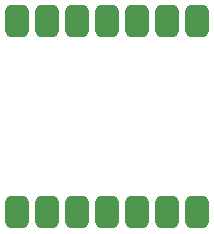
<source format=gbr>
%TF.GenerationSoftware,KiCad,Pcbnew,8.0.5*%
%TF.CreationDate,2024-10-21T21:03:58+03:00*%
%TF.ProjectId,hackpad1,6861636b-7061-4643-912e-6b696361645f,rev?*%
%TF.SameCoordinates,Original*%
%TF.FileFunction,Paste,Top*%
%TF.FilePolarity,Positive*%
%FSLAX46Y46*%
G04 Gerber Fmt 4.6, Leading zero omitted, Abs format (unit mm)*
G04 Created by KiCad (PCBNEW 8.0.5) date 2024-10-21 21:03:58*
%MOMM*%
%LPD*%
G01*
G04 APERTURE LIST*
G04 Aperture macros list*
%AMRoundRect*
0 Rectangle with rounded corners*
0 $1 Rounding radius*
0 $2 $3 $4 $5 $6 $7 $8 $9 X,Y pos of 4 corners*
0 Add a 4 corners polygon primitive as box body*
4,1,4,$2,$3,$4,$5,$6,$7,$8,$9,$2,$3,0*
0 Add four circle primitives for the rounded corners*
1,1,$1+$1,$2,$3*
1,1,$1+$1,$4,$5*
1,1,$1+$1,$6,$7*
1,1,$1+$1,$8,$9*
0 Add four rect primitives between the rounded corners*
20,1,$1+$1,$2,$3,$4,$5,0*
20,1,$1+$1,$4,$5,$6,$7,0*
20,1,$1+$1,$6,$7,$8,$9,0*
20,1,$1+$1,$8,$9,$2,$3,0*%
G04 Aperture macros list end*
%ADD10RoundRect,0.500000X-0.500000X0.875000X-0.500000X-0.875000X0.500000X-0.875000X0.500000X0.875000X0*%
G04 APERTURE END LIST*
D10*
%TO.C,U2*%
X179070000Y-41941250D03*
X176530000Y-41941250D03*
X173990000Y-41941250D03*
X171450000Y-41941250D03*
X168910000Y-41941250D03*
X166370000Y-41941250D03*
X163830000Y-41941250D03*
X163830000Y-58106250D03*
X166370000Y-58106250D03*
X168910000Y-58106250D03*
X171450000Y-58106250D03*
X173990000Y-58106250D03*
X176530000Y-58106250D03*
X179070000Y-58106250D03*
%TD*%
M02*

</source>
